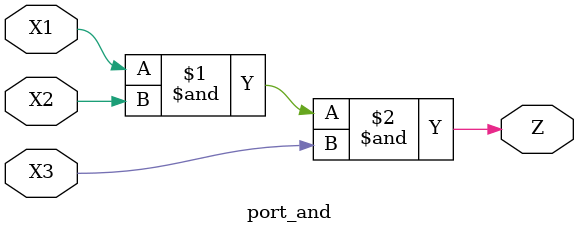
<source format=v>
`timescale 1ns / 1ps

module TopLevel;
  reg X1,X2,X3;
  wire Z;
  port_and port(X1,X2,X3,Z);
  
  initial begin
    X1 = 1'b0; X2 = 1'b0; X3 = 1'b0; #50
    $display("X1 = %b, X2 = %b, X3 = %b, Z = %b \n",X1,X2,X3,Z);
    X1 = 1'b0; X2 = 1'b0; X3 = 1'b1; #50
    $display("X1 = %b, X2 = %b, X3 = %b, Z = %b \n",X1,X2,X3,Z);
    X1 = 1'b0; X2 = 1'b1; X3 = 1'b0; #50
    $display("X1 = %b, X2 = %b, X3 = %b, Z = %b \n",X1,X2,X3,Z);
    X1 = 1'b0; X2 = 1'b1; X3 = 1'b1; #50
    $display("X1 = %b, X2 = %b, X3 = %b, Z = %b \n",X1,X2,X3,Z);
    X1 = 1'b1; X2 = 1'b0; X3 = 1'b0; #50
    $display("X1 = %b, X2 = %b, X3 = %b, Z = %b \n",X1,X2,X3,Z);
    X1 = 1'b1; X2 = 1'b0; X3 = 1'b1; #50
    $display("X1 = %b, X2 = %b, X3 = %b, Z = %b \n",X1,X2,X3,Z);
    X1 = 1'b1; X2 = 1'b1; X3 = 1'b0; #50
    $display("X1 = %b, X2 = %b, X3 = %b, Z = %b \n",X1,X2,X3,Z);
    X1 = 1'b1; X2 = 1'b1; X3 = 1'b1; #50
    $display("X1 = %b, X2 = %b, X3 = %b, Z = %b \n",X1,X2,X3,Z);
    $finish;
  end
endmodule

module port_and(X1,X2,X3,Z);
  input X1,X2,X3;
  output Z; wire Z;
  assign Z = ((X1 & X2) & X3);
endmodule

</source>
